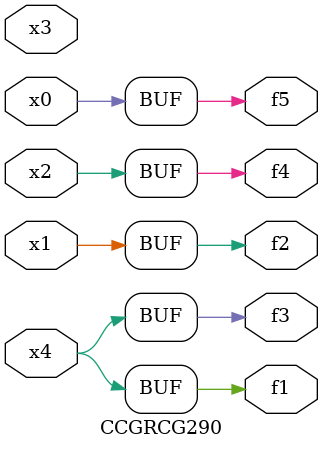
<source format=v>
module CCGRCG290(
	input x0, x1, x2, x3, x4,
	output f1, f2, f3, f4, f5
);
	assign f1 = x4;
	assign f2 = x1;
	assign f3 = x4;
	assign f4 = x2;
	assign f5 = x0;
endmodule

</source>
